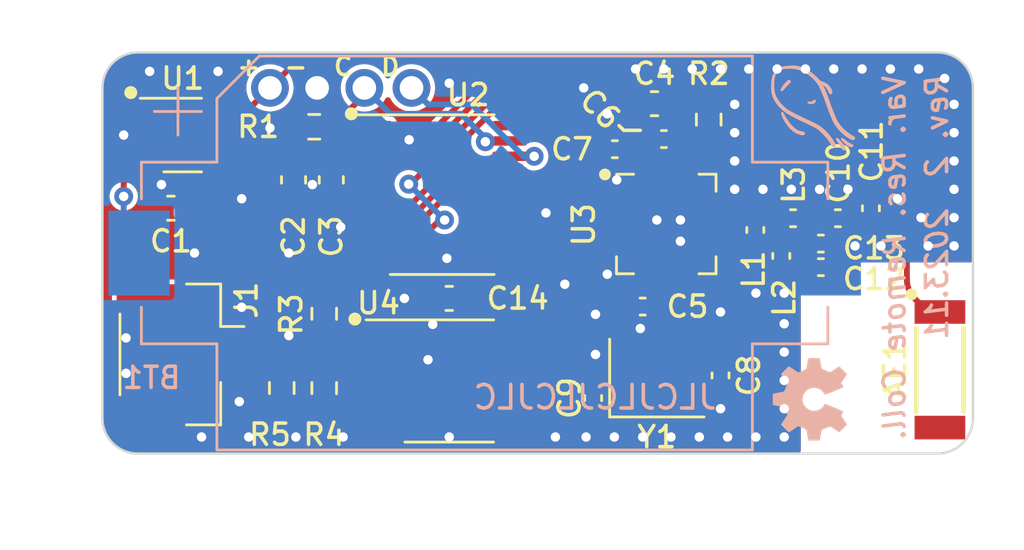
<source format=kicad_pcb>
(kicad_pcb (version 20221018) (generator pcbnew)
  (layers (0 "F.Cu" signal) (31 "B.Cu" signal) (34 "B.Paste" user) (35 "F.Paste" user) (36 "B.SilkS" user "B.Silkscreen") (37 "F.SilkS" user "F.Silkscreen") (38 "B.Mask" user) (39 "F.Mask" user) (44 "Edge.Cuts" user))
  (net 0 "")
  (net 1 "Net-(AE1-FEED)")
  (net 3 "Net-(BT1-+)")
  (net 4 "GND")
  (net 5 "Net-(U1-BP)")
  (net 6 "VDD")
  (net 7 "Net-(U3-DVDD)")
  (net 8 "Net-(U3-XC1)")
  (net 9 "Net-(U3-XC2)")
  (net 10 "Net-(U3-VDD_PA)")
  (net 11 "Net-(J1-Pin_1)")
  (net 12 "Net-(J1-Pin_2)")
  (net 13 "Net-(U3-ANT1)")
  (net 14 "Net-(U3-ANT2)")
  (net 15 "Net-(U3-IREF)")
  (net 16 "Net-(U4-AINN)")
  (net 21 "SPI1_CSx")
  (net 22 "SPI1_CK")
  (net 23 "SPI1_MOSI")
  (net 24 "nRF_CE")
  (net 27 "SPI1_MISO")
  (net 30 "SWCLK")
  (net 31 "SWDIO")
  (net 32 "ADC_CK")
  (net 33 "ADC_DA")
  (net 36 "Net-(C10-Pad1)")
  (footprint "Connector_JST:JST_GH_SM02B-GHS-TB_1x02-1MP_P1.25mm_Horizontal" (layer "F.Cu") (at 22.5 30.8 -90)
    (fp_text reference "J1" (at -2.3 -2.8 90) (layer "F.SilkS") (effects (font (size 0.9 0.9))))
    (fp_text value "Conn_01x02")
    (pad "1" smd roundrect (at -0.625 -1.85 270) (size 0.6 1.7) (layers "F.Cu" "F.Paste" "F.Mask") (net 11 "Net-(J1-Pin_1)"))
    (pad "2" smd roundrect (at 0.625 -1.85 270) (size 0.6 1.7) (layers "F.Cu" "F.Paste" "F.Mask") (net 12 "Net-(J1-Pin_2)"))
    (pad "MP" smd roundrect (at -2.475 1.35 270) (size 1 2.7) (layers "F.Cu" "F.Paste" "F.Mask"))
    (pad "MP" smd roundrect (at 2.475 1.35 270) (size 1 2.7) (layers "F.Cu" "F.Paste" "F.Mask"))
  )
  (footprint "Crystal:Crystal_SMD_3225-4Pin_3.2x2.5mm" (layer "F.Cu") (at 42.7 31.8)
    (fp_text reference "Y1" (at 0 2.5) (layer "F.SilkS") (effects (font (size 0.9 0.9))))
    (fp_text value "16MHz")
    (pad "1" smd rect (at -1.1 0.85) (size 1.4 1.2) (layers "F.Cu" "F.Paste" "F.Mask") (net 9 "Net-(U3-XC2)"))
    (pad "2" smd rect (at 1.1 0.85) (size 1.4 1.2) (layers "F.Cu" "F.Paste" "F.Mask") (net 4 "GND"))
    (pad "3" smd rect (at 1.1 -0.85) (size 1.4 1.2) (layers "F.Cu" "F.Paste" "F.Mask") (net 8 "Net-(U3-XC1)"))
    (pad "4" smd rect (at -1.1 -0.85) (size 1.4 1.2) (layers "F.Cu" "F.Paste" "F.Mask") (net 4 "GND"))
  )
  (footprint "Resistor_SMD:R_0603_1608Metric" (layer "F.Cu") (at 28.175 21.15 180)
    (fp_text reference "R1" (at 2.375 0) (layer "F.SilkS") (effects (font (size 0.9 0.9))))
    (fp_text value "100k")
    (pad "1" smd roundrect (at -0.825 0 180) (size 0.8 0.95) (layers "F.Cu" "F.Paste" "F.Mask") (net 30 "SWCLK"))
    (pad "2" smd roundrect (at 0.825 0 180) (size 0.8 0.95) (layers "F.Cu" "F.Paste" "F.Mask") (net 4 "GND"))
  )
  (footprint "Capacitor_SMD:C_0402_1005Metric" (layer "F.Cu") (at 49.655 26.1)
    (fp_text reference "C13" (at 2.245 0.2) (layer "F.SilkS") (effects (font (size 0.9 0.9))))
    (fp_text value "4.7p")
    (pad "1" smd roundrect (at -0.48 0) (size 0.56 0.62) (layers "F.Cu" "F.Paste" "F.Mask") (net 10 "Net-(U3-VDD_PA)"))
    (pad "2" smd roundrect (at 0.48 0) (size 0.56 0.62) (layers "F.Cu" "F.Paste" "F.Mask") (net 4 "GND"))
  )
  (footprint "Capacitor_SMD:C_0402_1005Metric" (layer "F.Cu") (at 49.655 27.1)
    (fp_text reference "C12" (at 2.245 0.5 180) (layer "F.SilkS") (effects (font (size 0.9 0.9))))
    (fp_text value "2.2n")
    (pad "1" smd roundrect (at -0.48 0) (size 0.56 0.62) (layers "F.Cu" "F.Paste" "F.Mask") (net 10 "Net-(U3-VDD_PA)"))
    (pad "2" smd roundrect (at 0.48 0) (size 0.56 0.62) (layers "F.Cu" "F.Paste" "F.Mask") (net 4 "GND"))
  )
  (footprint "Package_SO:TSSOP-20_4.4x6.5mm_P0.65mm" (layer "F.Cu") (at 33.6 24.025)
    (fp_text reference "U2" (at 1.1 -4.225) (layer "F.SilkS") (effects (font (size 0.9 0.9))))
    (fp_text value "STM32G030F6Px")
    (pad "1" smd roundrect (at -2.8625 -2.925) (size 1.475 0.4) (layers "F.Cu" "F.Paste" "F.Mask"))
    (pad "2" smd roundrect (at -2.8625 -2.275) (size 1.475 0.4) (layers "F.Cu" "F.Paste" "F.Mask"))
    (pad "3" smd roundrect (at -2.8625 -1.625) (size 1.475 0.4) (layers "F.Cu" "F.Paste" "F.Mask"))
    (pad "4" smd roundrect (at -2.8625 -0.975) (size 1.475 0.4) (layers "F.Cu" "F.Paste" "F.Mask") (net 6 "VDD"))
    (pad "5" smd roundrect (at -2.8625 -0.325) (size 1.475 0.4) (layers "F.Cu" "F.Paste" "F.Mask") (net 4 "GND"))
    (pad "6" smd roundrect (at -2.8625 0.325) (size 1.475 0.4) (layers "F.Cu" "F.Paste" "F.Mask"))
    (pad "7" smd roundrect (at -2.8625 0.975) (size 1.475 0.4) (layers "F.Cu" "F.Paste" "F.Mask") (net 21 "SPI1_CSx"))
    (pad "8" smd roundrect (at -2.8625 1.625) (size 1.475 0.4) (layers "F.Cu" "F.Paste" "F.Mask") (net 22 "SPI1_CK"))
    (pad "9" smd roundrect (at -2.8625 2.275) (size 1.475 0.4) (layers "F.Cu" "F.Paste" "F.Mask") (net 23 "SPI1_MOSI"))
    (pad "10" smd roundrect (at -2.8625 2.925) (size 1.475 0.4) (layers "F.Cu" "F.Paste" "F.Mask") (net 24 "nRF_CE"))
    (pad "11" smd roundrect (at 2.8625 2.925) (size 1.475 0.4) (layers "F.Cu" "F.Paste" "F.Mask"))
    (pad "12" smd roundrect (at 2.8625 2.275) (size 1.475 0.4) (layers "F.Cu" "F.Paste" "F.Mask"))
    (pad "13" smd roundrect (at 2.8625 1.625) (size 1.475 0.4) (layers "F.Cu" "F.Paste" "F.Mask") (net 27 "SPI1_MISO"))
    (pad "14" smd roundrect (at 2.8625 0.975) (size 1.475 0.4) (layers "F.Cu" "F.Paste" "F.Mask"))
    (pad "15" smd roundrect (at 2.8625 0.325) (size 1.475 0.4) (layers "F.Cu" "F.Paste" "F.Mask"))
    (pad "16" smd roundrect (at 2.8625 -0.325) (size 1.475 0.4) (layers "F.Cu" "F.Paste" "F.Mask") (net 32 "ADC_CK"))
    (pad "17" smd roundrect (at 2.8625 -0.975) (size 1.475 0.4) (layers "F.Cu" "F.Paste" "F.Mask") (net 33 "ADC_DA"))
    (pad "18" smd roundrect (at 2.8625 -1.625) (size 1.475 0.4) (layers "F.Cu" "F.Paste" "F.Mask") (net 31 "SWDIO"))
    (pad "19" smd roundrect (at 2.8625 -2.275) (size 1.475 0.4) (layers "F.Cu" "F.Paste" "F.Mask") (net 30 "SWCLK"))
    (pad "20" smd roundrect (at 2.8625 -2.925) (size 1.475 0.4) (layers "F.Cu" "F.Paste" "F.Mask"))
  )
  (footprint "Capacitor_SMD:C_0603_1608Metric" (layer "F.Cu") (at 28.9 23.4 -90)
    (fp_text reference "C3" (at 2.4 0 90) (layer "F.SilkS") (effects (font (size 0.9 0.9))))
    (fp_text value "100n")
    (pad "1" smd roundrect (at -0.775 0 270) (size 0.9 0.95) (layers "F.Cu" "F.Paste" "F.Mask") (net 6 "VDD"))
    (pad "2" smd roundrect (at 0.775 0 270) (size 0.9 0.95) (layers "F.Cu" "F.Paste" "F.Mask") (net 4 "GND"))
  )
  (footprint "Capacitor_SMD:C_0402_1005Metric" (layer "F.Cu") (at 47.975 26.625 -90)
    (fp_text reference "L2" (at 1.775 -0.125 90) (layer "F.SilkS") (effects (font (size 0.9 0.9))))
    (fp_text value "2.7n")
    (pad "1" smd roundrect (at -0.48 0 270) (size 0.56 0.62) (layers "F.Cu" "F.Paste" "F.Mask") (net 13 "Net-(U3-ANT1)"))
    (pad "2" smd roundrect (at 0.48 0 270) (size 0.56 0.62) (layers "F.Cu" "F.Paste" "F.Mask") (net 10 "Net-(U3-VDD_PA)"))
  )
  (footprint "Capacitor_SMD:C_0402_1005Metric" (layer "F.Cu") (at 43 21.67)
    (fp_text reference "C6" (at -2.7 -1.27 315) (layer "F.SilkS") (effects (font (size 0.9 0.9))))
    (fp_text value "10n")
    (pad "1" smd roundrect (at -0.48 0) (size 0.56 0.62) (layers "F.Cu" "F.Paste" "F.Mask") (net 6 "VDD"))
    (pad "2" smd roundrect (at 0.48 0) (size 0.56 0.62) (layers "F.Cu" "F.Paste" "F.Mask") (net 4 "GND"))
  )
  (footprint "ResSensor_footprints:QFN-20-P0.5" (layer "F.Cu") (at 43.1 25.27)
    (fp_text reference "U3" (at -3.5 0.03 90) (layer "F.SilkS") (effects (font (size 0.9 0.9))))
    (fp_text value "nRF24L01P")
    (pad "1" smd roundrect (at -1.9375 -1) (size 0.825 0.25) (layers "F.Cu" "F.Paste" "F.Mask") (net 24 "nRF_CE"))
    (pad "2" smd roundrect (at -1.9375 -0.5) (size 0.825 0.25) (layers "F.Cu" "F.Paste" "F.Mask") (net 21 "SPI1_CSx"))
    (pad "3" smd roundrect (at -1.9375 0) (size 0.825 0.25) (layers "F.Cu" "F.Paste" "F.Mask") (net 22 "SPI1_CK"))
    (pad "4" smd roundrect (at -1.9375 0.5) (size 0.825 0.25) (layers "F.Cu" "F.Paste" "F.Mask") (net 23 "SPI1_MOSI"))
    (pad "5" smd roundrect (at -1.9375 1) (size 0.825 0.25) (layers "F.Cu" "F.Paste" "F.Mask") (net 27 "SPI1_MISO"))
    (pad "6" smd roundrect (at -1 1.9375) (size 0.25 0.825) (layers "F.Cu" "F.Paste" "F.Mask"))
    (pad "7" smd roundrect (at -0.5 1.9375) (size 0.25 0.825) (layers "F.Cu" "F.Paste" "F.Mask") (net 6 "VDD"))
    (pad "8" smd roundrect (at 0 1.9375) (size 0.25 0.825) (layers "F.Cu" "F.Paste" "F.Mask") (net 4 "GND"))
    (pad "9" smd roundrect (at 0.5 1.9375) (size 0.25 0.825) (layers "F.Cu" "F.Paste" "F.Mask") (net 9 "Net-(U3-XC2)"))
    (pad "10" smd roundrect (at 1 1.9375) (size 0.25 0.825) (layers "F.Cu" "F.Paste" "F.Mask") (net 8 "Net-(U3-XC1)"))
    (pad "11" smd roundrect (at 1.9375 1) (size 0.825 0.25) (layers "F.Cu" "F.Paste" "F.Mask") (net 10 "Net-(U3-VDD_PA)"))
    (pad "12" smd roundrect (at 1.9375 0.5) (size 0.825 0.25) (layers "F.Cu" "F.Paste" "F.Mask") (net 13 "Net-(U3-ANT1)"))
    (pad "13" smd roundrect (at 1.9375 0) (size 0.825 0.25) (layers "F.Cu" "F.Paste" "F.Mask") (net 14 "Net-(U3-ANT2)"))
    (pad "14" smd roundrect (at 1.9375 -0.5) (size 0.825 0.25) (layers "F.Cu" "F.Paste" "F.Mask") (net 4 "GND"))
    (pad "15" smd roundrect (at 1.9375 -1) (size 0.825 0.25) (layers "F.Cu" "F.Paste" "F.Mask") (net 6 "VDD"))
    (pad "16" smd roundrect (at 1 -1.9375) (size 0.25 0.825) (layers "F.Cu" "F.Paste" "F.Mask") (net 15 "Net-(U3-IREF)"))
    (pad "17" smd roundrect (at 0.5 -1.9375) (size 0.25 0.825) (layers "F.Cu" "F.Paste" "F.Mask") (net 4 "GND"))
    (pad "18" smd roundrect (at 0 -1.9375) (size 0.25 0.825) (layers "F.Cu" "F.Paste" "F.Mask") (net 6 "VDD"))
    (pad "19" smd roundrect (at -0.5 -1.9375) (size 0.25 0.825) (layers "F.Cu" "F.Paste" "F.Mask") (net 7 "Net-(U3-DVDD)"))
    (pad "20" smd roundrect (at -1 -1.9375) (size 0.25 0.825) (layers "F.Cu" "F.Paste" "F.Mask") (net 4 "GND"))
  )
  (footprint "Capacitor_SMD:C_0603_1608Metric" (layer "F.Cu") (at 42.6 20.17)
    (fp_text reference "C4" (at 0 -1.27) (layer "F.SilkS") (effects (font (size 0.9 0.9))))
    (fp_text value "4.7u")
    (pad "1" smd roundrect (at -0.775 0) (size 0.9 0.95) (layers "F.Cu" "F.Paste" "F.Mask") (net 6 "VDD"))
    (pad "2" smd roundrect (at 0.775 0) (size 0.9 0.95) (layers "F.Cu" "F.Paste" "F.Mask") (net 4 "GND"))
  )
  (footprint "Capacitor_SMD:C_0402_1005Metric" (layer "F.Cu") (at 46.875 25.525 90)
    (fp_text reference "L1" (at -1.675 -0.075 90) (layer "F.SilkS") (effects (font (size 0.9 0.9))))
    (fp_text value "8.2n")
    (pad "1" smd roundrect (at -0.48 0 90) (size 0.56 0.62) (layers "F.Cu" "F.Paste" "F.Mask") (net 13 "Net-(U3-ANT1)"))
    (pad "2" smd roundrect (at 0.48 0 90) (size 0.56 0.62) (layers "F.Cu" "F.Paste" "F.Mask") (net 14 "Net-(U3-ANT2)"))
  )
  (footprint "Package_SO:SOP-8_3.76x4.96mm_P1.27mm" (layer "F.Cu") (at 33.9 31.925)
    (fp_text reference "U4" (at -3 -3.3) (layer "F.SilkS") (effects (font (size 0.9 0.9))))
    (fp_text value "CS1237")
    (pad "1" smd roundrect (at -2.5375 -1.905) (size 1.975 0.65) (layers "F.Cu" "F.Paste" "F.Mask") (net 6 "VDD"))
    (pad "2" smd roundrect (at -2.5375 -0.635) (size 1.975 0.65) (layers "F.Cu" "F.Paste" "F.Mask") (net 4 "GND"))
    (pad "3" smd roundrect (at -2.5375 0.635) (size 1.975 0.65) (layers "F.Cu" "F.Paste" "F.Mask") (net 16 "Net-(U4-AINN)"))
    (pad "4" smd roundrect (at -2.5375 1.905) (size 1.975 0.65) (layers "F.Cu" "F.Paste" "F.Mask") (net 12 "Net-(J1-Pin_2)"))
    (pad "5" smd roundrect (at 2.5375 1.905) (size 1.975 0.65) (layers "F.Cu" "F.Paste" "F.Mask") (net 32 "ADC_CK"))
    (pad "6" smd roundrect (at 2.5375 0.635) (size 1.975 0.65) (layers "F.Cu" "F.Paste" "F.Mask") (net 33 "ADC_DA"))
    (pad "7" smd roundrect (at 2.5375 -0.635) (size 1.975 0.65) (layers "F.Cu" "F.Paste" "F.Mask") (net 6 "VDD"))
    (pad "8" smd roundrect (at 2.5375 -1.905) (size 1.975 0.65) (layers "F.Cu" "F.Paste" "F.Mask") (net 11 "Net-(J1-Pin_1)"))
  )
  (footprint "ResSensor_footprints:ANTC5020X127N" (layer "F.Cu") (at 54.7 31.45 -90)
    (fp_text reference "AE1" (at 0 1.9 90) (layer "F.SilkS") (effects (font (size 0.9 0.9))))
    (fp_text value "AN2051" hide)
    (pad "1" smd rect (at -2.45 0 270) (size 1 2.15) (layers "F.Cu" "F.Paste" "F.Mask") (net 1 "Net-(AE1-FEED)"))
    (pad "2" smd rect (at 2.45 0 270) (size 1 2.15) (layers "F.Cu" "F.Paste" "F.Mask"))
  )
  (footprint "Resistor_SMD:R_0603_1608Metric" (layer "F.Cu") (at 28.6 32.225 -90)
    (fp_text reference "R4" (at 1.975 0 -180) (layer "F.SilkS") (effects (font (size 0.9 0.9))))
    (fp_text value "8.2k")
    (pad "1" smd roundrect (at -0.825 0 270) (size 0.8 0.95) (layers "F.Cu" "F.Paste" "F.Mask") (net 16 "Net-(U4-AINN)"))
    (pad "2" smd roundrect (at 0.825 0 270) (size 0.8 0.95) (layers "F.Cu" "F.Paste" "F.Mask") (net 4 "GND"))
  )
  (footprint "Capacitor_SMD:C_0402_1005Metric" (layer "F.Cu") (at 48.475 25.025)
    (fp_text reference "L3" (at 0.025 -0.525 90) (layer "F.SilkS") (effects (font (size 0.9 0.9)) (justify left)))
    (fp_text value "3.9n")
    (pad "1" smd roundrect (at -0.48 0) (size 0.56 0.62) (layers "F.Cu" "F.Paste" "F.Mask") (net 14 "Net-(U3-ANT2)"))
    (pad "2" smd roundrect (at 0.48 0) (size 0.56 0.62) (layers "F.Cu" "F.Paste" "F.Mask") (net 36 "Net-(C10-Pad1)"))
  )
  (footprint "Capacitor_SMD:C_0402_1005Metric" (layer "F.Cu") (at 42.1 28.77)
    (fp_text reference "C5" (at 1.9 0) (layer "F.SilkS") (effects (font (size 0.9 0.9))))
    (fp_text value "10n")
    (pad "1" smd roundrect (at -0.48 0) (size 0.56 0.62) (layers "F.Cu" "F.Paste" "F.Mask") (net 6 "VDD"))
    (pad "2" smd roundrect (at 0.48 0) (size 0.56 0.62) (layers "F.Cu" "F.Paste" "F.Mask") (net 4 "GND"))
  )
  (footprint "Resistor_SMD:R_0603_1608Metric" (layer "F.Cu") (at 28.6 29.075 -90)
    (fp_text reference "R3" (at 0.025 1.4 90) (layer "F.SilkS") (effects (font (size 0.9 0.9))))
    (fp_text value "8.2k")
    (pad "1" smd roundrect (at -0.825 0 270) (size 0.8 0.95) (layers "F.Cu" "F.Paste" "F.Mask") (net 11 "Net-(J1-Pin_1)"))
    (pad "2" smd roundrect (at 0.825 0 270) (size 0.8 0.95) (layers "F.Cu" "F.Paste" "F.Mask") (net 16 "Net-(U4-AINN)"))
  )
  (footprint "Capacitor_SMD:C_0402_1005Metric" (layer "F.Cu") (at 50.375 25.025)
    (fp_text reference "C10" (at 0.025 -0.525 90) (layer "F.SilkS") (effects (font (size 0.9 0.9)) (justify left)))
    (fp_text value "1.5p")
    (pad "1" smd roundrect (at -0.48 0) (size 0.56 0.62) (layers "F.Cu" "F.Paste" "F.Mask") (net 36 "Net-(C10-Pad1)"))
    (pad "2" smd roundrect (at 0.48 0) (size 0.56 0.62) (layers "F.Cu" "F.Paste" "F.Mask") (net 1 "Net-(AE1-FEED)"))
  )
  (footprint "ResSensor_footprints:TestPoints_1x04_P2.0" (layer "F.Cu") (at 29.3 19.5)
    (fp_text reference "J2" hide)
    (fp_text value "Conn_01x04")
    (fp_text user "D" (at 2.1 -0.9 unlocked) (layer "F.SilkS") (effects (font (size 0.75 0.75))))
    (fp_text user "-" (at -1.9 -0.9 unlocked) (layer "F.SilkS") (effects (font (size 0.75 0.75))))
    (fp_text user "+" (at -3.9 -0.9 unlocked) (layer "F.SilkS") (effects (font (size 0.75 0.75))))
    (fp_text user "C" (at 0.1 -0.9 unlocked) (layer "F.SilkS") (effects (font (size 0.75 0.75))))
    (pad "1" thru_hole circle (at -3 0) (size 1.6 1.6) (drill 1) (layers "*.Cu" "*.Mask") (net 6 "VDD"))
    (pad "2" thru_hole circle (at -1 0) (size 1.6 1.6) (drill 1) (layers "*.Cu" "*.Mask") (net 4 "GND"))
    (pad "3" thru_hole circle (at 1 0) (size 1.6 1.6) (drill 1) (layers "*.Cu" "*.Mask") (net 30 "SWCLK"))
    (pad "4" thru_hole circle (at 3 0) (size 1.6 1.6) (drill 1) (layers "*.Cu" "*.Mask") (net 31 "SWDIO"))
  )
  (footprint "Capacitor_SMD:C_0603_1608Metric" (layer "F.Cu") (at 27.3 23.4 -90)
    (fp_text reference "C2" (at 2.4 0 90) (layer "F.SilkS") (effects (font (size 0.9 0.9))))
    (fp_text value "4.7u")
    (pad "1" smd roundrect (at -0.775 0 270) (size 0.9 0.95) (layers "F.Cu" "F.Paste" "F.Mask") (net 6 "VDD"))
    (pad "2" smd roundrect (at 0.775 0 270) (size 0.9 0.95) (layers "F.Cu" "F.Paste" "F.Mask") (net 4 "GND"))
  )
  (footprint "Capacitor_SMD:C_0603_1608Metric" (layer "F.Cu") (at 33.9 28.425 180)
    (fp_text reference "C14" (at -2.9 0) (layer "F.SilkS") (effects (font (size 0.9 0.9))))
    (fp_text value "100n")
    (pad "1" smd roundrect (at -0.775 0 180) (size 0.9 0.95) (layers "F.Cu" "F.Paste" "F.Mask") (net 6 "VDD"))
    (pad "2" smd roundrect (at 0.775 0 180) (size 0.9 0.95) (layers "F.Cu" "F.Paste" "F.Mask") (net 4 "GND"))
  )
  (footprint "Package_TO_SOT_SMD:SOT-23-5" (layer "F.Cu") (at 22.6 21.5)
    (fp_text reference "U1" (at 0 -2.4) (layer "F.SilkS") (effects (font (size 0.9 0.9))))
    (fp_text value "SPX3819M5-L-3-3")
    (pad "1" smd roundrect (at -1.1375 -0.95) (size 1.325 0.6) (layers "F.Cu" "F.Paste" "F.Mask") (net 3 "Net-(BT1-+)"))
    (pad "2" smd roundrect (at -1.1375 0) (size 1.325 0.6) (layers "F.Cu" "F.Paste" "F.Mask") (net 4 "GND"))
    (pad "3" smd roundrect (at -1.1375 0.95) (size 1.325 0.6) (layers "F.Cu" "F.Paste" "F.Mask") (net 3 "Net-(BT1-+)"))
    (pad "4" smd roundrect (at 1.1375 0.95) (size 1.325 0.6) (layers "F.Cu" "F.Paste" "F.Mask") (net 5 "Net-(U1-BP)"))
    (pad "5" smd roundrect (at 1.1375 -0.95) (size 1.325 0.6) (layers "F.Cu" "F.Paste" "F.Mask") (net 6 "VDD"))
  )
  (footprint "Capacitor_SMD:C_0402_1005Metric" (layer "F.Cu") (at 40 32.65 -90)
    (fp_text reference "C9" (at 0 1 90) (layer "F.SilkS") (effects (font (size 0.9 0.9))))
    (fp_text value "10p")
    (pad "1" smd roundrect (at -0.48 0 270) (size 0.56 0.62) (layers "F.Cu" "F.Paste" "F.Mask") (net 9 "Net-(U3-XC2)"))
    (pad "2" smd roundrect (at 0.48 0 270) (size 0.56 0.62) (layers "F.Cu" "F.Paste" "F.Mask") (net 4 "GND"))
  )
  (footprint "Resistor_SMD:R_0603_1608Metric" (layer "F.Cu") (at 26.8 32.225 -90)
    (fp_text reference "R5" (at 1.975 0.5) (layer "F.SilkS") (effects (font (size 0.9 0.9))))
    (fp_text value "1.2k")
    (pad "1" smd roundrect (at -0.825 0 270) (size 0.8 0.95) (layers "F.Cu" "F.Paste" "F.Mask") (net 12 "Net-(J1-Pin_2)"))
    (pad "2" smd roundrect (at 0.825 0 270) (size 0.8 0.95) (layers "F.Cu" "F.Paste" "F.Mask") (net 4 "GND"))
  )
  (footprint "Capacitor_SMD:C_0603_1608Metric" (layer "F.Cu") (at 22.1 24.6 180)
    (fp_text reference "C1" (at 0 -1.4 180) (layer "F.SilkS") (effects (font (size 0.9 0.9))))
    (fp_text value "10n")
    (pad "1" smd roundrect (at -0.775 0 180) (size 0.9 0.95) (layers "F.Cu" "F.Paste" "F.Mask") (net 5 "Net-(U1-BP)"))
    (pad "2" smd roundrect (at 0.775 0 180) (size 0.9 0.95) (layers "F.Cu" "F.Paste" "F.Mask") (net 4 "GND"))
  )
  (footprint "Capacitor_SMD:C_0402_1005Metric" (layer "F.Cu") (at 45.4 31.69 -90)
    (fp_text reference "C8" (at 0 -1.2 90) (layer "F.SilkS") (effects (font (size 0.9 0.9))))
    (fp_text value "10p")
    (pad "1" smd roundrect (at -0.48 0 270) (size 0.56 0.62) (layers "F.Cu" "F.Paste" "F.Mask") (net 8 "Net-(U3-XC1)"))
    (pad "2" smd roundrect (at 0.48 0 270) (size 0.56 0.62) (layers "F.Cu" "F.Paste" "F.Mask") (net 4 "GND"))
  )
  (footprint "Capacitor_SMD:C_0402_1005Metric" (layer "F.Cu") (at 51.775 24.605 90)
    (fp_text reference "C11" (at 1.005 0.025 90) (layer "F.SilkS") (effects (font (size 0.9 0.9)) (justify left)))
    (fp_text value "1p")
    (pad "1" smd roundrect (at -0.48 0 90) (size 0.56 0.62) (layers "F.Cu" "F.Paste" "F.Mask") (net 1 "Net-(AE1-FEED)"))
    (pad "2" smd roundrect (at 0.48 0 90) (size 0.56 0.62) (layers "F.Cu" "F.Paste" "F.Mask") (net 4 "GND"))
  )
  (footprint "Capacitor_SMD:C_0402_1005Metric" (layer "F.Cu") (at 40.92 22.1 180)
    (fp_text reference "C7" (at 1.82 0 180) (layer "F.SilkS") (effects (font (size 0.9 0.9))))
    (fp_text value "33n")
    (pad "1" smd roundrect (at -0.48 0 180) (size 0.56 0.62) (layers "F.Cu" "F.Paste" "F.Mask") (net 7 "Net-(U3-DVDD)"))
    (pad "2" smd roundrect (at 0.48 0 180) (size 0.56 0.62) (layers "F.Cu" "F.Paste" "F.Mask") (net 4 "GND"))
  )
  (footprint "Resistor_SMD:R_0603_1608Metric" (layer "F.Cu") (at 44.9 20.845 90)
    (fp_text reference "R2" (at 1.945 0 180) (layer "F.SilkS") (effects (font (size 0.9 0.9))))
    (fp_text value "22k")
    (pad "1" smd roundrect (at -0.825 0 90) (size 0.8 0.95) (layers "F.Cu" "F.Paste" "F.Mask") (net 15 "Net-(U3-IREF)"))
    (pad "2" smd roundrect (at 0.825 0 90) (size 0.8 0.95) (layers "F.Cu" "F.Paste" "F.Mask") (net 4 "GND"))
  )
  (footprint "LOGO" (layer "B.Cu") (at 49.4 20.4 -90)
    (fp_text reference "G***" hide)
    (fp_text value "LOGO" hide)
  )
  (footprint "LOGO" (layer "B.Cu") (at 49.2 32.7 -90)
    (fp_text reference "G***" hide)
    (fp_text value "LOGO" hide)
  )
  (footprint "Battery:BatteryHolder_Keystone_1060_1x2032" (layer "B.Cu") (at 35.4 26.5)
    (fp_text reference "BT1" (at -14.12 5.29) (layer "B.SilkS") (effects (font (size 0.9 0.9)) (justify mirror)))
    (fp_text value "LIR2016")
    (pad "1" smd rect (at -14.65 0 180) (size 2.6 3.6) (layers "B.Cu" "B.Paste" "B.Mask") (net 3 "Net-(BT1-+)"))
    (pad "2" smd rect (at 14.65 0 180) (size 2.6 3.6) (layers "B.Cu" "B.Paste" "B.Mask") (net 4 "GND"))
  )
  (gr_line (start 41.3 21.3) (end 42 21.3) (stroke (width 0.15)) (layer "F.SilkS"))
  (gr_circle (center 29.9 29.3) (end 30.1 29.3) (stroke (width 0.15)) (fill solid) (layer "F.SilkS"))
  (gr_circle (center 20.4 19.7) (end 20.6 19.7) (stroke (width 0.15)) (fill solid) (layer "F.SilkS"))
  (gr_circle (center 29.75 20.6) (end 29.95 20.6) (stroke (width 0.15)) (fill solid) (layer "F.SilkS"))
  (gr_line (start 41.1 21.1) (end 41.3 21.3) (stroke (width 0.15)) (layer "F.SilkS"))
  (gr_arc (start 19.2 19.5) (mid 19.63934 18.43934) (end 20.7 18) (stroke (width 0.1)) (layer "Edge.Cuts"))
  (gr_line (start 19.2 19.5) (end 19.2 33.5) (stroke (width 0.1)) (layer "Edge.Cuts"))
  (gr_arc (start 56.1 33.5) (mid 55.66066 34.56066) (end 54.6 35) (stroke (width 0.1)) (layer "Edge.Cuts"))
  (gr_line (start 54.6 35) (end 20.7 35) (stroke (width 0.1)) (layer "Edge.Cuts"))
  (gr_arc (start 20.7 35) (mid 19.63934 34.56066) (end 19.2 33.5) (stroke (width 0.1)) (layer "Edge.Cuts"))
  (gr_arc (start 54.6 18) (mid 55.66066 18.43934) (end 56.1 19.5) (stroke (width 0.1)) (layer "Edge.Cuts"))
  (gr_line (start 20.7 18) (end 54.6 18) (stroke (width 0.1)) (layer "Edge.Cuts"))
  (gr_line (start 56.1 19.5) (end 56.1 33.5) (stroke (width 0.1)) (layer "Edge.Cuts"))
  (gr_text "Rev. 2  2023.11" (at 55.1 18.8 90) (layer "B.SilkS") (effects (font (size 0.9 0.9) (thickness 0.15) italic) (justify left bottom mirror)))
  (gr_text "JLCJLCJLCJLC" (at 45.32 33.2) (layer "B.SilkS") (effects (font (size 1 1)) (justify left bottom mirror)))
  (gr_text "Var. Res. Remote Coll." (at 53.3 18.8 90) (layer "B.SilkS") (effects (font (size 0.9 0.9) (thickness 0.15) italic) (justify left bottom mirror)))
  (segment (start 51.775 25.085) (end 52.087944 25.085) (width 0.25) (layer "F.Cu") (net 1))
  (segment (start 54.2 29) (end 54.7 29) (width 0.25) (layer "F.Cu") (net 1))
  (segment (start 51.787971 25.072029) (end 51.775 25.085) (width 0.25) (layer "F.Cu") (net 1))
  (segment (start 53.651472 28.451472) (end 54.2 29) (width 0.25) (layer "F.Cu") (net 1))
  (segment (start 54.8 28.65) (end 54.25 28.65) (width 0.25) (layer "F.Cu") (net 1))
  (segment (start 50.855 25.025) (end 51.715 25.025) (width 0.25) (layer "F.Cu") (net 1))
  (segment (start 51.715 25.025) (end 51.775 25.085) (width 0.25) (layer "F.Cu") (net 1))
  (segment (start 52.936472 25.436472) (end 52.948528 25.448528) (width 0.25) (layer "F.Cu") (net 1))
  (segment (start 53.3 26.297056) (end 53.3 27.602944) (width 0.25) (layer "F.Cu") (net 1))
  (segment (start 51.776933 25.083067) (end 51.775 25.085) (width 0.25) (layer "F.Cu") (net 1))
  (arc (start 52.936472 25.436472) (mid 52.547164 25.176345) (end 52.087944 25.085) (width 0.25) (layer "F.Cu") (net 1))
  (arc (start 52.948528 25.448528) (mid 53.208655 25.837836) (end 53.3 26.297056) (width 0.25) (layer "F.Cu") (net 1))
  (arc (start 53.651472 28.451472) (mid 53.391345 28.062164) (end 53.3 27.602944) (width 0.25) (layer "F.Cu") (net 1))
  (segment (start 21.850908 20.55) (end 21.4625 20.55) (width 0.25) (layer "F.Cu") (net 3))
  (segment (start 22.4 21.900908) (end 22.4 21.099092) (width 0.25) (layer "F.Cu") (net 3))
  (segment (start 22.4 21.099092) (end 21.850908 20.55) (width 0.25) (layer "F.Cu") (net 3))
  (segment (start 21.4625 22.45) (end 21.15 22.45) (width 0.25) (layer "F.Cu") (net 3))
  (segment (start 21.4625 22.45) (end 21.850908 22.45) (width 0.25) (layer "F.Cu") (net 3))
  (segment (start 21.850908 22.45) (end 22.4 21.900908) (width 0.25) (layer "F.Cu") (net 3))
  (segment (start 20.1 23.5) (end 20.1 24.1) (width 0.25) (layer "F.Cu") (net 3))
  (segment (start 21.15 22.45) (end 20.1 23.5) (width 0.25) (layer "F.Cu") (net 3))
  (via (at 20.1 24.1) (size 0.8) (drill 0.4) (layers "F.Cu" "B.Cu") (net 3))
  (segment (start 20.1 25.65) (end 20.1 24.1) (width 0.25) (layer "B.Cu") (net 3))
  (segment (start 20.95 26.5) (end 20.1 25.65) (width 0.25) (layer "B.Cu") (net 3))
  (segment (start 30.7375 23.7) (end 29.375 23.7) (width 0.25) (layer "F.Cu") (net 4))
  (segment (start 45.0375 24.77) (end 44.03 24.77) (width 0.25) (layer "F.Cu") (net 4))
  (segment (start 43.48 20.275) (end 43.375 20.17) (width 0.25) (layer "F.Cu") (net 4))
  (segment (start 29.375 23.7) (end 28.9 24.175) (width 0.25) (layer "F.Cu") (net 4))
  (segment (start 43.1 28.25) (end 42.58 28.77) (width 0.25) (layer "F.Cu") (net 4))
  (segment (start 41.6 30.95) (end 40.25 30.95) (width 0.25) (layer "F.Cu") (net 4))
  (segment (start 44.03 24.77) (end 43.7 25.1) (width 0.25) (layer "F.Cu") (net 4))
  (segment (start 50.135 27.1) (end 50.135 26.1) (width 0.25) (layer "F.Cu") (net 4))
  (segment (start 40.25 30.95) (end 40.1 30.8) (width 0.25) (layer "F.Cu") (net 4))
  (segment (start 43.48 21.67) (end 43.48 20.275) (width 0.25) (layer "F.Cu") (net 4))
  (segment (start 21.4625 21.5) (end 20.1 21.5) (width 0.25) (layer "F.Cu") (net 4))
  (segment (start 43.1 27.2075) (end 43.1 28.25) (width 0.25) (layer "F.Cu") (net 4))
  (segment (start 21.7 23.6) (end 21.65 23.65) (width 0.25) (layer "F.Cu") (net 4))
  (segment (start 43.6 21.79) (end 43.48 21.67) (width 0.25) (layer "F.Cu") (net 4))
  (segment (start 43.6 23.3325) (end 43.6 21.79) (width 0.25) (layer "F.Cu") (net 4))
  (via (at 46.6 18.7) (size 0.8) (drill 0.4) (layers "F.Cu" "B.Cu") (net 4))
  (via (at 27.1 26.5) (size 0.8) (drill 0.4) (layers "F.Cu" "B.Cu") (net 4))
  (via (at 38 24.8) (size 0.8) (drill 0.4) (layers "F.Cu" "B.Cu") (net 4))
  (via (at 27.4 34.3) (size 0.8) (drill 0.4) (layers "F.Cu" "B.Cu") (net 4))
  (via (at 52.9 24.2) (size 0.8) (drill 0.4) (layers "F.Cu" "B.Cu") (net 4))
  (via (at 41.8 18.7) (size 0.8) (drill 0.4) (layers "F.Cu" "B.Cu") (net 4))
  (via (at 55.3 23.8) (size 0.8) (drill 0.4) (layers "F.Cu" "B.Cu") (net 4))
  (via (at 33 31.025) (size 0.8) (drill 0.4) (layers "F.Cu" "B.Cu") (net 4))
  (via (at 20.2 31.6) (size 0.8) (drill 0.4) (layers "F.Cu" "B.Cu") (net 4))
  (via (at 53.8 18.7) (size 0.8) (drill 0.4) (layers "F.Cu" "B.Cu") (net 4))
  (via (at 39.7 34.3) (size 0.8) (drill 0.4) (layers "F.Cu" "B.Cu") (net 4))
  (via (at 41 23.4) (size 0.8) (drill 0.4) (layers "F.Cu" "B.Cu") (net 4))
  (via (at 44.2 18.7) (size 0.8) (drill 0.4) (layers "F.Cu" "B.Cu") (net 4))
  (via (at 29.3 25.4) (size 0.8) (drill 0.4) (layers "F.Cu" "B.Cu") (net 4))
  (via (at 27.1 30) (size 0.8) (drill 0.4) (layers "F.Cu" "B.Cu") (net 4))
  (via (at 49 18.7) (size 0.8) (drill 0.4) (layers "F.Cu" "B.Cu") (net 4))
  (via (at 40.9 34.3) (size 0.8) (drill 0.4) (layers "F.Cu" "B.Cu") (net 4))
  (via (at 54.2 26.2) (size 0.8) (drill 0.4) (layers "F.Cu" "B.Cu") (net 4))
  (via (at 43.3 34.3) (size 0.8) (drill 0.4) (layers "F.Cu" "B.Cu") (net 4))
  (via (at 53.9 25) (size 0.8) (drill 0.4) (layers "F.Cu" "B.Cu") (net 4))
  (via (at 44.5 34.3) (size 0.8) (drill 0.4) (layers "F.Cu" "B.Cu") (net 4))
  (via (at 28.1 23.6) (size 0.8) (drill 0.4) (layers "F.Cu" "B.Cu") (net 4))
  (via (at 26.3 21.2) (size 0.8) (drill 0.4) (layers "F.Cu" "B.Cu") (net 4))
  (via (at 55.3 26.2) (size 0.8) (drill 0.4) (layers "F.Cu" "B.Cu") (net 4))
  (via (at 48.1 34.3) (size 0.8) (drill 0.4) (layers "F.Cu" "B.Cu") (net 4))
  (via (at 33.9 34.3) (size 0.8) (drill 0.4) (layers "F.Cu" "B.Cu") (net 4))
  (via (at 40.6 27.4) (size 0.8) (drill 0.4) (layers "F.Cu" "B.Cu") (net 4))
  (via (at 46 21.4) (size 0.8) (drill 0.4) (layers "F.Cu" "B.Cu") (net 4))
  (via (at 48.1 30.7) (size 0.8) (drill 0.4) (layers "F.Cu" "B.Cu") (net 4))
  (via (at 25.4 34.3) (size 0.8) (drill 0.4) (layers "F.Cu" "B.Cu") (net 4))
  (via (at 52.2 26.2) (size 0.8) (drill 0.4) (layers "F.Cu" "B.Cu") (net 4))
  (via (at 46 22.6) (size 0.8) (drill 0.4) (layers "F.Cu" "B.Cu") (net 4))
  (via (at 55.3 20.2) (size 0.8) (drill 0.4) (layers "F.Cu" "B.Cu") (net 4))
  (via (at 49.6 23.8) (size 0.8) (drill 0.4) (layers "F.Cu" "B.Cu") (net 4))
  (via (at 48.4 23.8) (size 0.8) (drill 0.4) (layers "F.Cu" "B.Cu") (net 4))
  (via (at 38.4 34.3) (size 0.8) (drill 0.4) (layers "F.Cu" "B.Cu") (net 4))
  (via (at 23.4 34.3) (size 0.8) (drill 0.4) (layers "F.Cu" "B.Cu") (net 4))
  (via (at 43.7 25.1) (size 0.8) (drill 0.4) (layers "F.Cu" "B.Cu") (net 4))
  (via (at 32.2 21.7) (size 0.8) (drill 0.4) (layers "F.Cu" "B.Cu") (net 4))
  (via (at 51.4 18.7) (size 0.8) (drill 0.4) (layers "F.Cu" "B.Cu") (net 4))
  (via (at 48.1 33.1) (size 0.8) (drill 0.4) (layers "F.Cu" "B.Cu") (net 4))
  (via (at 21.2 18.8) (size 0.8) (drill 0.4) (layers "F.Cu" "B.Cu") (net 4))
  (via (at 39.6 19.5) (size 0.8) (drill 0.4) (layers "F.Cu" "B.Cu") (net 4))
  (via (at 38.8 27.825) (size 0.8) (drill 0.4) (layers "F.Cu" "B.Cu") (net 4))
  (via (at 24.1 18.8) (size 0.8) (drill 0.4) (layers "F.Cu" "B.Cu") (net 4))
  (via (at 40.1 30.8) (size 0.8) (drill 0.4) (layers "F.Cu" "B.Cu") (net 4))
  (via (at 55.3 21.4) (size 0.8) (drill 0.4) (layers "F.Cu" "B.Cu") (net 4))
  (via (at 42 29.7) (size 0.8) (drill 0.4) (layers "F.Cu" "B.Cu") (net 4))
  (via (at 45.4 29) (size 0.8) (drill 0.4) (layers "F.Cu" "B.Cu") (net 4))
  (via (at 50.2 18.7) (size 0.8) (drill 0.4) (layers "F.Cu" "B.Cu") (net 4))
  (via (at 51.1 26.2) (size 0.8) (drill 0.4) (layers "F.Cu" "B.Cu") (net 4))
  (via (at 43 18.7) (size 0.8) (drill 0.4) (layers "F.Cu" "B.Cu") (net 4))
  (via (at 25.1 28.8) (size 0.8) (drill 0.4) (layers "F.Cu" "B.Cu") (net 4))
  (via (at 29.4 34.3) (size 0.8) (drill 0.4) (layers "F.Cu" "B.Cu") (net 4))
  (via (at 42.7 25.1) (size 0.8) (drill 0.4) (layers "F.Cu" "B.Cu") (net 4))
  (via (at 54.9 19.1) (size 0.8) (drill 0.4) (layers "F.Cu" "B.Cu") (net 4))
  (via (at 48.1 31.9) (size 0.8) (drill 0.4) (layers "F.Cu" "B.Cu") (net 4))
  (via (at 45.7 34.3) (size 0.8) (drill 0.4) (layers "F.Cu" "B.Cu") (net 4))
  (via (at 25.1 24.2) (size 0.8) (drill 0.4) (layers "F.Cu" "B.Cu") (net 4))
  (via (at 46.9 34.3) (size 0.8) (drill 0.4) (layers "F.Cu" "B.Cu") (net 4))
  (via (at 40.6 20.6) (size 0.8) (drill 0.4) (layers "F.Cu" "B.Cu") (net 4))
  (via (at 20.2 30.1) (size 0.8) (drill 0.4) (layers "F.Cu" "B.Cu") (net 4))
  (via (at 46.9 28.2) (size 0.8) (drill 0.4) (layers "F.Cu" "B.Cu") (net 4))
  (via (at 33.9 19.3) (size 0.8) (drill 0.4) (layers "F.Cu" "B.Cu") (net 4))
  (via (at 43.7 26) (size 0.8) (drill 0.4) (layers "F.Cu" "B.Cu") (net 4))
  (via (at 25 32.8) (size 0.8) (drill 0.4) (layers "F.Cu" "B.Cu") (net 4))
  (via (at 23.1 26.5) (size 0.8) (drill 0.4) (layers "F.Cu" "B.Cu") (net 4))
  (via (at 20.1 21.5) (size 0.8) (drill 0.4) (layers "F.Cu" "B.Cu") (net 4))
  (via (at 46 20.2) (size 0.8) (drill 0.4) (layers "F.Cu" "B.Cu") (net 4))
  (via (at 21.7 23.6) (size 0.8) (drill 0.4) (layers "F.Cu" "B.Cu") (net 4))
  (via (at 45.4 33.1) (size 0.8) (drill 0.4) (layers "F.Cu" "B.Cu") (net 4))
  (via (at 32 28.425) (size 0.8) (drill 0.4) (layers "F.Cu" "B.Cu") (net 4))
  (via (at 55.3 25) (size 0.8) (drill 0.4) (layers "F.Cu" "B.Cu") (net 4))
  (via (at 40.1 29.1) (size 0.8) (drill 0.4) (layers "F.Cu" "B.Cu") (net 4))
  (via (at 47.2 23.8) (size 0.8) (drill 0.4) (layers "F.Cu" "B.Cu") (net 4))
  (via (at 33.8 26.725) (size 0.8) (drill 0.4) (layers "F.Cu" "B.Cu") (net 4))
  (via (at 55.3 22.6) (size 0.8) (drill 0.4) (layers "F.Cu" "B.Cu") (net 4))
  (via (at 45.4 18.7) (size 0.8) (drill 0.4) (layers "F.Cu" "B.Cu") (net 4))
  (via (at 48.1 28.2) (size 0.8) (drill 0.4) (layers "F.Cu" "B.Cu") (net 4))
  (via (at 33.2 29.525) (size 0.8) (drill 0.4) (layers "F.Cu" "B.Cu") (net 4))
  (via (at 50.8 23.8) (size 0.8) (drill 0.4) (layers "F.Cu" "B.Cu") (net 4))
  (via (at 42.1 34.3) (size 0.8) (drill 0.4) (layers "F.Cu" "B.Cu") (net 4))
  (via (at 52.6 18.7) (size 0.8) (drill 0.4) (layers "F.Cu" "B.Cu") (net 4))
  (via (at 48.1 29.5) (size 0.8) (drill 0.4) (layers "F.Cu" "B.Cu") (net 4))
  (via (at 46 23.8) (size 0.8) (drill 0.4) (layers "F.Cu" "B.Cu") (net 4))
  (via (at 47.8 18.7) (size 0.8) (drill 0.4) (layers "F.Cu" "B.Cu") (net 4))
  (segment (start 23.35 22.45) (end 22.875 22.925) (width 0.25) (layer "F.Cu") (net 5))
  (segment (start 22.875 22.925) (end 22.875 24.6) (width 0.25) (layer "F.Cu") (net 5))
  (segment (start 23.7375 22.45) (end 23.35 22.45) (width 0.25) (layer "F.Cu") (net 5))
  (segment (start 42.6 27.2075) (end 42.6 27.77851) (width 0.25) (layer "F.Cu") (net 6))
  (segment (start 37.75 29.575) (end 37.75 30.675) (width 0.25) (layer "F.Cu") (net 6))
  (segment (start 27.5 25.053812) (end 29.971188 27.525) (width 0.25) (layer "F.Cu") (net 6))
  (segment (start 37.135 31.29) (end 36.4375 31.29) (width 0.25) (layer "F.Cu") (net 6))
  (segment (start 30.7375 23.05) (end 29.325 23.05) (width 0.25) (layer "F.Cu") (net 6))
  (segment (start 43.1 24.27) (end 42.03 24.27) (width 0.25) (layer "F.Cu") (net 6))
  (segment (start 43.1 23.3325) (end 43.1 24.27) (width 0.25) (layer "F.Cu") (net 6))
  (segment (start 33.875 27.525) (end 29.971188 27.525) (width 0.25) (layer "F.Cu") (net 6))
  (segment (start 27.5 25.053812) (end 26.99047 25.053812) (width 0.25) (layer "F.Cu") (net 6))
  (segment (start 25.25 20.55) (end 26.3 19.5) (width 0.25) (layer "F.Cu") (net 6))
  (segment (start 42.6 27.77851) (end 41.62 28.75851) (width 0.25) (layer "F.Cu") (net 6))
  (segment (start 42.52 21.67) (end 42.52 20.865) (width 0.25) (layer "F.Cu") (net 6))
  (segment (start 43.1 22.26149) (end 42.52 21.68149) (width 0.25) (layer "F.Cu") (net 6))
  (segment (start 23.7375 20.55) (end 25.25 20.55) (width 0.25) (layer "F.Cu") (net 6))
  (segment (start 34.675 28.425) (end 36.6 28.425) (width 0.25) (layer "F.Cu") (net 6))
  (segment (start 41.9 26.04526) (end 42.6 26.74526) (width 0.25) (layer "F.Cu") (net 6))
  (segment (start 42.52 20.865) (end 41.825 20.17) (width 0.25) (layer "F.Cu") (net 6))
  (segment (start 27.5 18.3) (end 26.3 19.5) (width 0.25) (layer "F.Cu") (net 6))
  (segment (start 27.3 22.625) (end 28.9 22.625) (width 0.25) (layer "F.Cu") (net 6))
  (segment (start 26.325 22.625) (end 27.3 22.625) (width 0.25) (layer "F.Cu") (net 6))
  (segment (start 29.325 23.05) (end 28.9 22.625) (width 0.25) (layer "F.Cu") (net 6))
  (segment (start 37.75 30.675) (end 37.135 31.29) (width 0.25) (layer "F.Cu") (net 6))
  (segment (start 39.955 18.3) (end 27.5 18.3) (width 0.25) (layer "F.Cu") (net 6))
  (segment (start 25.25 21.55) (end 26.325 22.625) (width 0.25) (layer "F.Cu") (net 6))
  (segment (start 26.325 24.388342) (end 26.325 22.625) (width 0.25) (layer "F.Cu") (net 6))
  (segment (start 25.25 21.55) (end 25.25 20.55) (width 0.25) (layer "F.Cu") (net 6))
  (segment (start 41.825 20.17) (end 39.955 18.3) (width 0.25) (layer "F.Cu") (net 6))
  (segment (start 29.971188 27.525) (end 29.971188 29.196188) (width 0.25) (layer "F.Cu") (net 6))
  (segment (start 34.675 28.325) (end 33.875 27.525) (width 0.25) (layer "F.Cu") (net 6))
  (segment (start 34.675 28.425) (end 34.675 28.325) (width 0.25) (layer "F.Cu") (net 6))
  (segment (start 42.03 24.27) (end 41.9 24.4) (width 0.25) (layer "F.Cu") (net 6))
  (segment (start 42.6 26.74526) (end 42.6 27.2075) (width 0.25) (layer "F.Cu") (net 6))
  (segment (start 41.9 24.4) (end 41.9 26.04526) (width 0.25) (layer "F.Cu") (net 6))
  (segment (start 36.6 28.425) (end 37.75 29.575) (width 0.25) (layer "F.Cu") (net 6))
  (segment (start 26.99047 25.053812) (end 26.325 24.388342) (width 0.25) (layer "F.Cu") (net 6))
  (segment (start 42.52 21.68149) (end 42.52 21.67) (width 0.25) (layer "F.Cu") (net 6))
  (segment (start 41.62 28.75851) (end 41.62 28.77) (width 0.25) (layer "F.Cu") (net 6))
  (segment (start 29.971188 29.196188) (end 30.795 30.02) (width 0.25) (layer "F.Cu") (net 6))
  (segment (start 45.0375 24.27) (end 43.1 24.27) (width 0.25) (layer "F.Cu") (net 6))
  (segment (start 30.795 30.02) (end 31.3625 30.02) (width 0.25) (layer "F.Cu") (net 6))
  (segment (start 43.1 23.3325) (end 43.1 22.26149) (width 0.25) (layer "F.Cu") (net 6))
  (segment (start 41.879515 22.1) (end 41.4 22.1) (width 0.25) (layer "F.Cu") (net 7))
  (segment (start 42.6 22.820485) (end 41.879515 22.1) (width 0.25) (layer "F.Cu") (net 7))
  (segment (start 42.6 23.3325) (end 42.6 22.820485) (width 0.25) (layer "F.Cu") (net 7))
  (segment (start 45.4 31.21) (end 44.06 31.21) (width 0.25) (layer "F.Cu") (net 8))
  (segment (start 44.1 30.65) (end 43.8 30.95) (width 0.25) (layer "F.Cu") (net 8))
  (segment (start 44.1 27.2075) (end 44.1 30.65) (width 0.25) (layer "F.Cu") (net 8))
  (segment (start 44.06 31.21) (end 43.8 30.95) (width 0.25) (layer "F.Cu") (net 8))
  (segment (start 42.625 30.175) (end 42.625 31.725) (width 0.25) (layer "F.Cu") (net 9))
  (segment (start 40 32.17) (end 41.12 32.17) (width 0.25) (layer "F.Cu") (net 9))
  (segment (start 43.6 29.2) (end 42.625 30.175) (width 0.25) (layer "F.Cu") (net 9))
  (segment (start 41.12 32.17) (end 41.6 32.65) (width 0.25) (layer "F.Cu") (net 9))
  (segment (start 41.7 32.65) (end 41.6 32.65) (width 0.25) (layer "F.Cu") (net 9))
  (segment (start 43.6 27.2075) (end 43.6 29.2) (width 0.25) (layer "F.Cu") (net 9))
  (segment (start 42.625 31.725) (end 41.7 32.65) (width 0.25) (layer "F.Cu") (net 9))
  (segment (start 45.0375 26.27) (end 45.355786 26.27) (width 0.25) (layer "F.Cu") (net 10))
  (segment (start 46.062893 26.562893) (end 46.312107 26.812107) (width 0.25) (layer "F.Cu") (net 10))
  (segment (start 49.175 27.1) (end 49.175 26.1) (width 0.25) (layer "F.Cu") (net 10))
  (segment (start 47.019214 27.105) (end 47.975 27.105) (width 0.25) (layer "F.Cu") (net 10))
  (segment (start 49.17 27.105) (end 49.175 27.1) (width 0.25) (layer "F.Cu") (net 10))
  (segment (start 47.975 27.105) (end 49.17 27.105) (width 0.25) (layer "F.Cu") (net 10))
  (arc (start 46.062893 26.562893) (mid 45.73847 26.34612) (end 45.355786 26.27) (width 0.25) (layer "F.Cu") (net 10))
  (arc (start 46.312107 26.812107) (mid 46.63653 27.02888) (end 47.019214 27.105) (width 0.25) (layer "F.Cu") (net 10))
  (segment (start 24.35 30.175) (end 25.525 30.175) (width 0.25) (layer "F.Cu") (net 11))
  (segment (start 29.4 29) (end 29.4 31.2) (width 0.25) (layer "F.Cu") (net 11))
  (segment (start 28.65 28.25) (end 29.4 29) (width 0.25) (layer "F.Cu") (net 11))
  (segment (start 35.705 30.02) (end 36.4375 30.02) (width 0.15) (layer "F.Cu") (net 11))
  (segment (start 29.4 31.2) (end 30.16 31.96) (width 0.25) (layer "F.Cu") (net 11))
  (segment (start 27.45 28.25) (end 28.6 28.25) (width 0.25) (layer "F.Cu") (net 11))
  (segment (start 30.16 31.96) (end 33.765 31.96) (width 0.25) (layer "F.Cu") (net 11))
  (segment (start 25.525 30.175) (end 27.45 28.25) (width 0.25) (layer "F.Cu") (net 11))
  (segment (start 33.765 31.96) (end 35.705 30.02) (width 0.25) (layer "F.Cu") (net 11))
  (segment (start 28.6 28.25) (end 28.65 28.25) (width 0.25) (layer "F.Cu") (net 11))
  (segment (start 26.9 31.4) (end 26.8 31.4) (width 0.25) (layer "F.Cu") (net 12))
  (segment (start 24.35 31.425) (end 26.775 31.425) (width 0.25) (layer "F.Cu") (net 12))
  (segment (start 26.775 31.425) (end 26.8 31.4) (width 0.25) (layer "F.Cu") (net 12))
  (segment (start 29.073004 32.3) (end 27.8 32.3) (width 0.25) (layer "F.Cu") (net 12))
  (segment (start 30.603004 33.83) (end 29.073004 32.3) (width 0.25) (layer "F.Cu") (net 12))
  (segment (start 27.8 32.3) (end 26.9 31.4) (width 0.25) (layer "F.Cu") (net 12))
  (segment (start 31.3625 33.83) (end 30.603004 33.83) (width 0.25) (layer "F.Cu") (net 12))
  (segment (start 46.64 25.77) (end 45.0375 25.77) (width 0.25) (layer "F.Cu") (net 13))
  (segment (start 46.875 26.005) (end 46.64 25.77) (width 0.25) (layer "F.Cu") (net 13))
  (segment (start 47.015 26.145) (end 46.875 26.005) (width 0.25) (layer "F.Cu") (net 13))
  (segment (start 47.975 26.145) (end 47.015 26.145) (width 0.25) (layer "F.Cu") (net 13))
  (segment (start 46.875 25.045) (end 47.975 25.045) (width 0.25) (layer "F.Cu") (net 14))
  (segment (start 46.65 25.27) (end 45.0375 25.27) (width 0.25) (layer "F.Cu") (net 14))
  (segment (start 46.875 25.045) (end 46.65 25.27) (width 0.25) (layer "F.Cu") (net 14))
  (segment (start 47.975 25.045) (end 47.995 25.025) (width 0.25) (layer "F.Cu") (net 14))
  (segment (start 44.1 22.4) (end 44.83 21.67) (width 0.25) (layer "F.Cu") (net 15))
  (segment (start 44.1 23.3325) (end 44.1 22.4) (width 0.25) (layer "F.Cu") (net 15))
  (segment (start 44.83 21.67) (end 45 21.67) (width 0.25) (layer "F.Cu") (net 15))
  (segment (start 31.3625 32.56) (end 29.89869 32.56) (width 0.25) (layer "F.Cu") (net 16))
  (segment (start 29.89869 32.56) (end 28.73869 31.4) (width 0.25) (layer "F.Cu") (net 16))
  (segment (start 28.73869 31.4) (end 28.6 31.4) (width 0.25) (layer "F.Cu") (net 16))
  (segment (start 28.6 31.4) (end 28.6 29.9) (width 0.25) (layer "F.Cu") (net 16))
  (segment (start 33.55 23.168628) (end 33.55 21.539817) (width 0.25) (layer "F.Cu") (net 21))
  (segment (start 35.314818 19.775) (end 37.610184 19.775) (width 0.25) (layer "F.Cu") (net 21))
  (segment (start 31.718628 25) (end 33.55 23.168628) (width 0.25) (layer "F.Cu") (net 21))
  (segment (start 30.7375 25) (end 31.718628 25) (width 0.25) (layer "F.Cu") (net 21))
  (segment (start 33.55 21.539817) (end 35.314818 19.775) (width 0.25) (layer "F.Cu") (net 21))
  (segment (start 37.610184 19.775) (end 39.15 21.314818) (width 0.25) (layer "F.Cu") (net 21))
  (segment (start 39.15 23.606498) (end 40.313502 24.77) (width 0.25) (layer "F.Cu") (net 21))
  (segment (start 40.313502 24.77) (end 41.1625 24.77) (width 0.25) (layer "F.Cu") (net 21))
  (segment (start 39.15 21.314818) (end 39.15 23.606498) (width 0.25) (layer "F.Cu") (net 21))
  (segment (start 35.480503 20.175) (end 37.444498 20.175) (width 0.25) (layer "F.Cu") (net 22))
  (segment (start 33.95 23.334314) (end 33.95 21.705503) (width 0.25) (layer "F.Cu") (net 22))
  (segment (start 37.444498 20.175) (end 38.75 21.480503) (width 0.25) (layer "F.Cu") (net 22))
  (segment (start 40.247816 25.27) (end 41.1625 25.27) (width 0.25) (layer "F.Cu") (net 22))
  (segment (start 31.634314 25.65) (end 33.95 23.334314) (width 0.25) (layer "F.Cu") (net 22))
  (segment (start 33.95 21.705503) (end 35.480503 20.175) (width 0.25) (layer "F.Cu") (net 22))
  (segment (start 38.75 23.772184) (end 40.247816 25.27) (width 0.25) (layer "F.Cu") (net 22))
  (segment (start 38.75 21.480503) (end 38.75 23.772184) (width 0.25) (layer "F.Cu") (net 22))
  (segment (start 30.7375 25.65) (end 31.634314 25.65) (width 0.25) (layer "F.Cu") (net 22))
  (segment (start 40.182131 25.77) (end 38.35 23.937869) (width 0.25) (layer "F.Cu") (net 23))
  (segment (start 34.35 23.5) (end 31.55 26.3) (width 0.25) (layer "F.Cu") (net 23))
  (segment (start 35.646188 20.575) (end 34.35 21.871188) (width 0.25) (layer "F.Cu") (net 23))
  (segment (start 41.1625 25.77) (end 40.182131 25.77) (width 0.25) (layer "F.Cu") (net 23))
  (segment (start 38.35 23.937869) (end 38.35 21.646188) (width 0.25) (layer "F.Cu") (net 23))
  (segment (start 34.35 21.871188) (end 34.35 23.5) (width 0.25) (layer "F.Cu") (net 23))
  (segment (start 31.55 26.3) (end 30.7375 26.3) (width 0.25) (layer "F.Cu") (net 23))
  (segment (start 37.278812 20.575) (end 35.646188 20.575) (width 0.25) (layer "F.Cu") (net 23))
  (segment (start 38.35 21.646188) (end 37.278812 20.575) (width 0.25) (layer "F.Cu") (net 23))
  (segment (start 39.55 21.149133) (end 39.55 23.440812) (width 0.25) (layer "F.Cu") (net 24))
  (segment (start 32.25397 23.58237) (end 33.15 22.68634) (width 0.25) (layer "F.Cu") (net 24))
  (segment (start 31.65 26.95) (end 30.7375 26.95) (width 0.25) (layer "F.Cu") (net 24))
  (segment (start 40.379188 24.27) (end 41.1625 24.27) (width 0.25) (layer "F.Cu") (net 24))
  (segment (start 33.15 22.68634) (end 33.15 21.374131) (width 0.25) (layer "F.Cu") (net 24))
  (segment (start 33.498056 25.101944) (end 31.65 26.95) (width 0.25) (layer "F.Cu") (net 24))
  (segment (start 37.77587 19.375) (end 39.55 21.149133) (width 0.25) (layer "F.Cu") (net 24))
  (segment (start 39.55 23.440812) (end 40.379188 24.27) (width 0.25) (layer "F.Cu") (net 24))
  (segment (start 35.14913 19.375) (end 37.77587 19.375) (width 0.25) (layer "F.Cu") (net 24))
  (segment (start 33.15 21.374131) (end 35.14913 19.375) (width 0.25) (layer "F.Cu") (net 24))
  (segment (start 33.701944 25.101944) (end 33.498056 25.101944) (width 0.25) (layer "F.Cu") (net 24))
  (segment (start 32.18237 23.58237) (end 32.25397 23.58237) (width 0.25) (layer "F.Cu") (net 24))
  (via (at 32.18237 23.58237) (size 0.8) (drill 0.4) (layers "F.Cu" "B.Cu") (net 24))
  (via (at 33.701944 25.101944) (size 0.8) (drill 0.4) (layers "F.Cu" "B.Cu") (net 24))
  (segment (start 33.701944 25.101944) (end 32.18237 23.58237) (width 0.25) (layer "B.Cu") (net 24))
  (segment (start 39.496445 25.65) (end 36.4625 25.65) (width 0.25) (layer "F.Cu") (net 27))
  (segment (start 41.1625 26.27) (end 40.116445 26.27) (width 0.25) (layer "F.Cu") (net 27))
  (segment (start 40.116445 26.27) (end 39.496445 25.65) (width 0.25) (layer "F.Cu") (net 27))
  (segment (start 29 21.1) (end 30.3 19.8) (width 0.25) (layer "F.Cu") (net 30))
  (segment (start 30.3 19.8) (end 30.3 19.5) (width 0.25) (layer "F.Cu") (net 30))
  (segment (start 35.429953 21.783321) (end 35.463274 21.75) (width 0.25) (layer "F.Cu") (net 30))
  (segment (start 35.463274 21.75) (end 36.4625 21.75) (width 0.25) (layer "F.Cu") (net 30))
  (via (at 35.429953 21.783321) (size 0.8) (drill 0.4) (layers "F.Cu" "B.Cu") (net 30))
  (segment (start 34.4 20.6) (end 31.4 20.6) (width 0.25) (layer "B.Cu") (net 30))
  (segment (start 31.4 20.6) (end 30.3 19.5) (width 0.25) (layer "B.Cu") (net 30))
  (segment (start 35.429953 21.783321) (end 35.429953 21.629953) (width 0.25) (layer "B.Cu") (net 30))
  (segment (start 35.429953 21.629953) (end 34.4 20.6) (width 0.25) (layer "B.Cu") (net 30))
  (segment (start 36.4625 22.4) (end 37.5 22.4) (width 0.25) (layer "F.Cu") (net 31))
  (via (at 37.5 22.4) (size 0.8) (drill 0.4) (layers "F.Cu" "B.Cu") (net 31))
  (segment (start 33 20.2) (end 34.85 20.2) (width 0.25) (layer "B.Cu") (net 31))
  (segment (start 37.05 22.4) (end 37.5 22.4) (width 0.25) (layer "B.Cu") (net 31))
  (segment (start 34.85 20.2) (end 37.05 22.4) (width 0.25) (layer "B.Cu") (net 31))
  (segment (start 32.3 19.5) (end 33 20.2) (width 0.25) (layer "B.Cu") (net 31))
  (segment (start 35.646188 27.475) (end 36.95 27.475) (width 0.25) (layer "F.Cu") (net 32))
  (segment (start 38.65 29.175) (end 38.65 32.275) (width 0.25) (layer "F.Cu") (net 32))
  (segment (start 38.65 32.275) (end 37.095 33.83) (width 0.25) (layer "F.Cu") (net 32))
  (segment (start 35.841898 23.7) (end 35.4 24.141898) (width 0.25) (layer "F.Cu") (net 32))
  (segment (start 35.4 27.228812) (end 35.646188 27.475) (width 0.25) (layer "F.Cu") (net 32))
  (segment (start 37.095 33.83) (end 36.4375 33.83) (width 0.25) (layer "F.Cu") (net 32))
  (segment (start 35.4 24.141898) (end 35.4 27.228812) (width 0.25) (layer "F.Cu") (net 32))
  (segment (start 36.4625 23.7) (end 35.841898 23.7) (width 0.25) (layer "F.Cu") (net 32))
  (segment (start 36.95 27.475) (end 38.65 29.175) (width 0.25) (layer "F.Cu") (net 32))
  (segment (start 38.2 29.361396) (end 38.2 31.625) (width 0.25) (layer "F.Cu") (net 33))
  (segment (start 35.841898 23.05) (end 35 23.891898) (width 0.25) (layer "F.Cu") (net 33))
  (segment (start 37.265 32.56) (end 36.4375 32.56) (width 0.25) (layer "F.Cu") (net 33))
  (segment (start 38.2 31.625) (end 37.265 32.56) (width 0.25) (layer "F.Cu") (net 33))
  (segment (start 36.763604 27.925) (end 38.2 29.361396) (width 0.25) (layer "F.Cu") (net 33))
  (segment (start 36.4625 23.05) (end 35.841898 23.05) (width 0.25) (layer "F.Cu") (net 33))
  (segment (start 35 27.465208) (end 35.459792 27.925) (width 0.25) (layer "F.Cu") (net 33))
  (segment (start 35 23.891898) (end 35 27.465208) (width 0.25) (layer "F.Cu") (net 33))
  (segment (start 35.459792 27.925) (end 36.763604 27.925) (width 0.25) (layer "F.Cu") (net 33))
  (segment (start 49.895 25.025) (end 48.955 25.025) (width 0.25) (layer "F.Cu") (net 36))
  (zone (net 4) (net_name "GND") (layer "F.Cu") (priority 1) (connect_pads yes (clearance 0.25)) (min_thickness 0.25) (fill yes (thermal_gap 0.5) (thermal_bridge_width 0.5))
    (polygon (pts (xy 42 24.2) (xy 42 26.4) (xy 44.2 26.4) (xy 44.2 24.2)))
  )
  (zone (net 4) (net_name "GND") (layer "F.Cu") (connect_pads yes (clearance 0.2)) (min_thickness 0.25) (fill yes (thermal_gap 0.5) (thermal_bridge_width 0.5))
    (polygon (pts (xy 18.8 17.7) (xy 18.8 35.2) (xy 56.1 35.2) (xy 56.1 17.7)))
  )
  (zone (net 0) (net_name "") (layers "F&B.Cu") (connect_pads yes (clearance 0)) (min_thickness 0.25)
    (keepout (tracks allowed) (vias allowed) (pads allowed) (copperpour not_allowed) (footprints allowed))
    (fill (thermal_gap 0.5) (thermal_bridge_width 0.5))
    (polygon (pts (xy 50 26.9) (xy 50 27.4) (xy 48.8 27.4) (xy 48.8 35.2) (xy 56.6 35.2) (xy 56.6 26.9)))
  )
  (zone (net 4) (net_name "GND") (layer "B.Cu") (connect_pads yes (clearance 0.2)) (min_thickness 0.25) (fill yes (thermal_gap 0.5) (thermal_bridge_width 0.5))
    (polygon (pts (xy 18.8 17.7) (xy 18.8 35.2) (xy 56.6 35.2) (xy 56.6 17.7)))
  )
)
</source>
